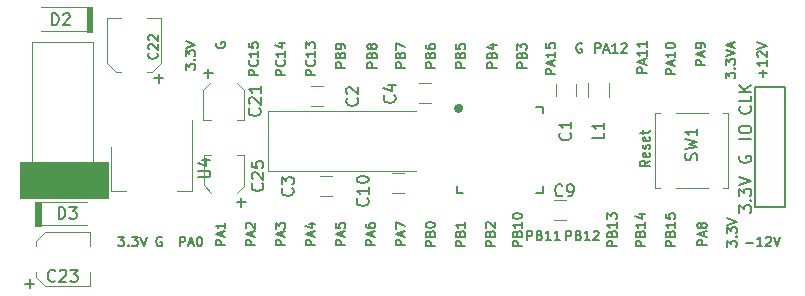
<source format=gbr>
G04 #@! TF.GenerationSoftware,KiCad,Pcbnew,(5.1.4)-1*
G04 #@! TF.CreationDate,2020-02-14T21:19:55+00:00*
G04 #@! TF.ProjectId,STM32L152_Dev_Board,53544d33-324c-4313-9532-5f4465765f42,rev?*
G04 #@! TF.SameCoordinates,Original*
G04 #@! TF.FileFunction,Legend,Top*
G04 #@! TF.FilePolarity,Positive*
%FSLAX46Y46*%
G04 Gerber Fmt 4.6, Leading zero omitted, Abs format (unit mm)*
G04 Created by KiCad (PCBNEW (5.1.4)-1) date 2020-02-14 21:19:55*
%MOMM*%
%LPD*%
G04 APERTURE LIST*
%ADD10C,0.150000*%
%ADD11C,0.100000*%
%ADD12C,0.120000*%
%ADD13C,0.400000*%
G04 APERTURE END LIST*
D10*
X204457476Y-147504142D02*
X205067000Y-147504142D01*
X205867000Y-147808904D02*
X205409857Y-147808904D01*
X205638428Y-147808904D02*
X205638428Y-147008904D01*
X205562238Y-147123190D01*
X205486047Y-147199380D01*
X205409857Y-147237476D01*
X206171761Y-147085095D02*
X206209857Y-147047000D01*
X206286047Y-147008904D01*
X206476523Y-147008904D01*
X206552714Y-147047000D01*
X206590809Y-147085095D01*
X206628904Y-147161285D01*
X206628904Y-147237476D01*
X206590809Y-147351761D01*
X206133666Y-147808904D01*
X206628904Y-147808904D01*
X206857476Y-147008904D02*
X207124142Y-147808904D01*
X207390809Y-147008904D01*
X190582523Y-130664000D02*
X190506333Y-130625904D01*
X190392047Y-130625904D01*
X190277761Y-130664000D01*
X190201571Y-130740190D01*
X190163476Y-130816380D01*
X190125380Y-130968761D01*
X190125380Y-131083047D01*
X190163476Y-131235428D01*
X190201571Y-131311619D01*
X190277761Y-131387809D01*
X190392047Y-131425904D01*
X190468238Y-131425904D01*
X190582523Y-131387809D01*
X190620619Y-131349714D01*
X190620619Y-131083047D01*
X190468238Y-131083047D01*
X196322904Y-140563476D02*
X195941952Y-140830142D01*
X196322904Y-141020619D02*
X195522904Y-141020619D01*
X195522904Y-140715857D01*
X195561000Y-140639666D01*
X195599095Y-140601571D01*
X195675285Y-140563476D01*
X195789571Y-140563476D01*
X195865761Y-140601571D01*
X195903857Y-140639666D01*
X195941952Y-140715857D01*
X195941952Y-141020619D01*
X196284809Y-139915857D02*
X196322904Y-139992047D01*
X196322904Y-140144428D01*
X196284809Y-140220619D01*
X196208619Y-140258714D01*
X195903857Y-140258714D01*
X195827666Y-140220619D01*
X195789571Y-140144428D01*
X195789571Y-139992047D01*
X195827666Y-139915857D01*
X195903857Y-139877761D01*
X195980047Y-139877761D01*
X196056238Y-140258714D01*
X196284809Y-139573000D02*
X196322904Y-139496809D01*
X196322904Y-139344428D01*
X196284809Y-139268238D01*
X196208619Y-139230142D01*
X196170523Y-139230142D01*
X196094333Y-139268238D01*
X196056238Y-139344428D01*
X196056238Y-139458714D01*
X196018142Y-139534904D01*
X195941952Y-139573000D01*
X195903857Y-139573000D01*
X195827666Y-139534904D01*
X195789571Y-139458714D01*
X195789571Y-139344428D01*
X195827666Y-139268238D01*
X196284809Y-138582523D02*
X196322904Y-138658714D01*
X196322904Y-138811095D01*
X196284809Y-138887285D01*
X196208619Y-138925380D01*
X195903857Y-138925380D01*
X195827666Y-138887285D01*
X195789571Y-138811095D01*
X195789571Y-138658714D01*
X195827666Y-138582523D01*
X195903857Y-138544428D01*
X195980047Y-138544428D01*
X196056238Y-138925380D01*
X195789571Y-138315857D02*
X195789571Y-138011095D01*
X195522904Y-138201571D02*
X196208619Y-138201571D01*
X196284809Y-138163476D01*
X196322904Y-138087285D01*
X196322904Y-138011095D01*
X198481904Y-147802428D02*
X197681904Y-147802428D01*
X197681904Y-147497666D01*
X197720000Y-147421476D01*
X197758095Y-147383380D01*
X197834285Y-147345285D01*
X197948571Y-147345285D01*
X198024761Y-147383380D01*
X198062857Y-147421476D01*
X198100952Y-147497666D01*
X198100952Y-147802428D01*
X198062857Y-146735761D02*
X198100952Y-146621476D01*
X198139047Y-146583380D01*
X198215238Y-146545285D01*
X198329523Y-146545285D01*
X198405714Y-146583380D01*
X198443809Y-146621476D01*
X198481904Y-146697666D01*
X198481904Y-147002428D01*
X197681904Y-147002428D01*
X197681904Y-146735761D01*
X197720000Y-146659571D01*
X197758095Y-146621476D01*
X197834285Y-146583380D01*
X197910476Y-146583380D01*
X197986666Y-146621476D01*
X198024761Y-146659571D01*
X198062857Y-146735761D01*
X198062857Y-147002428D01*
X198481904Y-145783380D02*
X198481904Y-146240523D01*
X198481904Y-146011952D02*
X197681904Y-146011952D01*
X197796190Y-146088142D01*
X197872380Y-146164333D01*
X197910476Y-146240523D01*
X197681904Y-145059571D02*
X197681904Y-145440523D01*
X198062857Y-145478619D01*
X198024761Y-145440523D01*
X197986666Y-145364333D01*
X197986666Y-145173857D01*
X198024761Y-145097666D01*
X198062857Y-145059571D01*
X198139047Y-145021476D01*
X198329523Y-145021476D01*
X198405714Y-145059571D01*
X198443809Y-145097666D01*
X198481904Y-145173857D01*
X198481904Y-145364333D01*
X198443809Y-145440523D01*
X198405714Y-145478619D01*
X195941904Y-147802428D02*
X195141904Y-147802428D01*
X195141904Y-147497666D01*
X195180000Y-147421476D01*
X195218095Y-147383380D01*
X195294285Y-147345285D01*
X195408571Y-147345285D01*
X195484761Y-147383380D01*
X195522857Y-147421476D01*
X195560952Y-147497666D01*
X195560952Y-147802428D01*
X195522857Y-146735761D02*
X195560952Y-146621476D01*
X195599047Y-146583380D01*
X195675238Y-146545285D01*
X195789523Y-146545285D01*
X195865714Y-146583380D01*
X195903809Y-146621476D01*
X195941904Y-146697666D01*
X195941904Y-147002428D01*
X195141904Y-147002428D01*
X195141904Y-146735761D01*
X195180000Y-146659571D01*
X195218095Y-146621476D01*
X195294285Y-146583380D01*
X195370476Y-146583380D01*
X195446666Y-146621476D01*
X195484761Y-146659571D01*
X195522857Y-146735761D01*
X195522857Y-147002428D01*
X195941904Y-145783380D02*
X195941904Y-146240523D01*
X195941904Y-146011952D02*
X195141904Y-146011952D01*
X195256190Y-146088142D01*
X195332380Y-146164333D01*
X195370476Y-146240523D01*
X195408571Y-145097666D02*
X195941904Y-145097666D01*
X195103809Y-145288142D02*
X195675238Y-145478619D01*
X195675238Y-144983380D01*
X193528904Y-147802428D02*
X192728904Y-147802428D01*
X192728904Y-147497666D01*
X192767000Y-147421476D01*
X192805095Y-147383380D01*
X192881285Y-147345285D01*
X192995571Y-147345285D01*
X193071761Y-147383380D01*
X193109857Y-147421476D01*
X193147952Y-147497666D01*
X193147952Y-147802428D01*
X193109857Y-146735761D02*
X193147952Y-146621476D01*
X193186047Y-146583380D01*
X193262238Y-146545285D01*
X193376523Y-146545285D01*
X193452714Y-146583380D01*
X193490809Y-146621476D01*
X193528904Y-146697666D01*
X193528904Y-147002428D01*
X192728904Y-147002428D01*
X192728904Y-146735761D01*
X192767000Y-146659571D01*
X192805095Y-146621476D01*
X192881285Y-146583380D01*
X192957476Y-146583380D01*
X193033666Y-146621476D01*
X193071761Y-146659571D01*
X193109857Y-146735761D01*
X193109857Y-147002428D01*
X193528904Y-145783380D02*
X193528904Y-146240523D01*
X193528904Y-146011952D02*
X192728904Y-146011952D01*
X192843190Y-146088142D01*
X192919380Y-146164333D01*
X192957476Y-146240523D01*
X192728904Y-145516714D02*
X192728904Y-145021476D01*
X193033666Y-145288142D01*
X193033666Y-145173857D01*
X193071761Y-145097666D01*
X193109857Y-145059571D01*
X193186047Y-145021476D01*
X193376523Y-145021476D01*
X193452714Y-145059571D01*
X193490809Y-145097666D01*
X193528904Y-145173857D01*
X193528904Y-145402428D01*
X193490809Y-145478619D01*
X193452714Y-145516714D01*
X189255571Y-147300904D02*
X189255571Y-146500904D01*
X189560333Y-146500904D01*
X189636523Y-146539000D01*
X189674619Y-146577095D01*
X189712714Y-146653285D01*
X189712714Y-146767571D01*
X189674619Y-146843761D01*
X189636523Y-146881857D01*
X189560333Y-146919952D01*
X189255571Y-146919952D01*
X190322238Y-146881857D02*
X190436523Y-146919952D01*
X190474619Y-146958047D01*
X190512714Y-147034238D01*
X190512714Y-147148523D01*
X190474619Y-147224714D01*
X190436523Y-147262809D01*
X190360333Y-147300904D01*
X190055571Y-147300904D01*
X190055571Y-146500904D01*
X190322238Y-146500904D01*
X190398428Y-146539000D01*
X190436523Y-146577095D01*
X190474619Y-146653285D01*
X190474619Y-146729476D01*
X190436523Y-146805666D01*
X190398428Y-146843761D01*
X190322238Y-146881857D01*
X190055571Y-146881857D01*
X191274619Y-147300904D02*
X190817476Y-147300904D01*
X191046047Y-147300904D02*
X191046047Y-146500904D01*
X190969857Y-146615190D01*
X190893666Y-146691380D01*
X190817476Y-146729476D01*
X191579380Y-146577095D02*
X191617476Y-146539000D01*
X191693666Y-146500904D01*
X191884142Y-146500904D01*
X191960333Y-146539000D01*
X191998428Y-146577095D01*
X192036523Y-146653285D01*
X192036523Y-146729476D01*
X191998428Y-146843761D01*
X191541285Y-147300904D01*
X192036523Y-147300904D01*
X185953571Y-147300904D02*
X185953571Y-146500904D01*
X186258333Y-146500904D01*
X186334523Y-146539000D01*
X186372619Y-146577095D01*
X186410714Y-146653285D01*
X186410714Y-146767571D01*
X186372619Y-146843761D01*
X186334523Y-146881857D01*
X186258333Y-146919952D01*
X185953571Y-146919952D01*
X187020238Y-146881857D02*
X187134523Y-146919952D01*
X187172619Y-146958047D01*
X187210714Y-147034238D01*
X187210714Y-147148523D01*
X187172619Y-147224714D01*
X187134523Y-147262809D01*
X187058333Y-147300904D01*
X186753571Y-147300904D01*
X186753571Y-146500904D01*
X187020238Y-146500904D01*
X187096428Y-146539000D01*
X187134523Y-146577095D01*
X187172619Y-146653285D01*
X187172619Y-146729476D01*
X187134523Y-146805666D01*
X187096428Y-146843761D01*
X187020238Y-146881857D01*
X186753571Y-146881857D01*
X187972619Y-147300904D02*
X187515476Y-147300904D01*
X187744047Y-147300904D02*
X187744047Y-146500904D01*
X187667857Y-146615190D01*
X187591666Y-146691380D01*
X187515476Y-146729476D01*
X188734523Y-147300904D02*
X188277380Y-147300904D01*
X188505952Y-147300904D02*
X188505952Y-146500904D01*
X188429761Y-146615190D01*
X188353571Y-146691380D01*
X188277380Y-146729476D01*
X185527904Y-147802428D02*
X184727904Y-147802428D01*
X184727904Y-147497666D01*
X184766000Y-147421476D01*
X184804095Y-147383380D01*
X184880285Y-147345285D01*
X184994571Y-147345285D01*
X185070761Y-147383380D01*
X185108857Y-147421476D01*
X185146952Y-147497666D01*
X185146952Y-147802428D01*
X185108857Y-146735761D02*
X185146952Y-146621476D01*
X185185047Y-146583380D01*
X185261238Y-146545285D01*
X185375523Y-146545285D01*
X185451714Y-146583380D01*
X185489809Y-146621476D01*
X185527904Y-146697666D01*
X185527904Y-147002428D01*
X184727904Y-147002428D01*
X184727904Y-146735761D01*
X184766000Y-146659571D01*
X184804095Y-146621476D01*
X184880285Y-146583380D01*
X184956476Y-146583380D01*
X185032666Y-146621476D01*
X185070761Y-146659571D01*
X185108857Y-146735761D01*
X185108857Y-147002428D01*
X185527904Y-145783380D02*
X185527904Y-146240523D01*
X185527904Y-146011952D02*
X184727904Y-146011952D01*
X184842190Y-146088142D01*
X184918380Y-146164333D01*
X184956476Y-146240523D01*
X184727904Y-145288142D02*
X184727904Y-145211952D01*
X184766000Y-145135761D01*
X184804095Y-145097666D01*
X184880285Y-145059571D01*
X185032666Y-145021476D01*
X185223142Y-145021476D01*
X185375523Y-145059571D01*
X185451714Y-145097666D01*
X185489809Y-145135761D01*
X185527904Y-145211952D01*
X185527904Y-145288142D01*
X185489809Y-145364333D01*
X185451714Y-145402428D01*
X185375523Y-145440523D01*
X185223142Y-145478619D01*
X185032666Y-145478619D01*
X184880285Y-145440523D01*
X184804095Y-145402428D01*
X184766000Y-145364333D01*
X184727904Y-145288142D01*
X183241904Y-147802476D02*
X182441904Y-147802476D01*
X182441904Y-147497714D01*
X182480000Y-147421523D01*
X182518095Y-147383428D01*
X182594285Y-147345333D01*
X182708571Y-147345333D01*
X182784761Y-147383428D01*
X182822857Y-147421523D01*
X182860952Y-147497714D01*
X182860952Y-147802476D01*
X182822857Y-146735809D02*
X182860952Y-146621523D01*
X182899047Y-146583428D01*
X182975238Y-146545333D01*
X183089523Y-146545333D01*
X183165714Y-146583428D01*
X183203809Y-146621523D01*
X183241904Y-146697714D01*
X183241904Y-147002476D01*
X182441904Y-147002476D01*
X182441904Y-146735809D01*
X182480000Y-146659619D01*
X182518095Y-146621523D01*
X182594285Y-146583428D01*
X182670476Y-146583428D01*
X182746666Y-146621523D01*
X182784761Y-146659619D01*
X182822857Y-146735809D01*
X182822857Y-147002476D01*
X182518095Y-146240571D02*
X182480000Y-146202476D01*
X182441904Y-146126285D01*
X182441904Y-145935809D01*
X182480000Y-145859619D01*
X182518095Y-145821523D01*
X182594285Y-145783428D01*
X182670476Y-145783428D01*
X182784761Y-145821523D01*
X183241904Y-146278666D01*
X183241904Y-145783428D01*
X180701904Y-147802476D02*
X179901904Y-147802476D01*
X179901904Y-147497714D01*
X179940000Y-147421523D01*
X179978095Y-147383428D01*
X180054285Y-147345333D01*
X180168571Y-147345333D01*
X180244761Y-147383428D01*
X180282857Y-147421523D01*
X180320952Y-147497714D01*
X180320952Y-147802476D01*
X180282857Y-146735809D02*
X180320952Y-146621523D01*
X180359047Y-146583428D01*
X180435238Y-146545333D01*
X180549523Y-146545333D01*
X180625714Y-146583428D01*
X180663809Y-146621523D01*
X180701904Y-146697714D01*
X180701904Y-147002476D01*
X179901904Y-147002476D01*
X179901904Y-146735809D01*
X179940000Y-146659619D01*
X179978095Y-146621523D01*
X180054285Y-146583428D01*
X180130476Y-146583428D01*
X180206666Y-146621523D01*
X180244761Y-146659619D01*
X180282857Y-146735809D01*
X180282857Y-147002476D01*
X180701904Y-145783428D02*
X180701904Y-146240571D01*
X180701904Y-146012000D02*
X179901904Y-146012000D01*
X180016190Y-146088190D01*
X180092380Y-146164380D01*
X180130476Y-146240571D01*
X178161904Y-147802476D02*
X177361904Y-147802476D01*
X177361904Y-147497714D01*
X177400000Y-147421523D01*
X177438095Y-147383428D01*
X177514285Y-147345333D01*
X177628571Y-147345333D01*
X177704761Y-147383428D01*
X177742857Y-147421523D01*
X177780952Y-147497714D01*
X177780952Y-147802476D01*
X177742857Y-146735809D02*
X177780952Y-146621523D01*
X177819047Y-146583428D01*
X177895238Y-146545333D01*
X178009523Y-146545333D01*
X178085714Y-146583428D01*
X178123809Y-146621523D01*
X178161904Y-146697714D01*
X178161904Y-147002476D01*
X177361904Y-147002476D01*
X177361904Y-146735809D01*
X177400000Y-146659619D01*
X177438095Y-146621523D01*
X177514285Y-146583428D01*
X177590476Y-146583428D01*
X177666666Y-146621523D01*
X177704761Y-146659619D01*
X177742857Y-146735809D01*
X177742857Y-147002476D01*
X177361904Y-146050095D02*
X177361904Y-145973904D01*
X177400000Y-145897714D01*
X177438095Y-145859619D01*
X177514285Y-145821523D01*
X177666666Y-145783428D01*
X177857142Y-145783428D01*
X178009523Y-145821523D01*
X178085714Y-145859619D01*
X178123809Y-145897714D01*
X178161904Y-145973904D01*
X178161904Y-146050095D01*
X178123809Y-146126285D01*
X178085714Y-146164380D01*
X178009523Y-146202476D01*
X177857142Y-146240571D01*
X177666666Y-146240571D01*
X177514285Y-146202476D01*
X177438095Y-146164380D01*
X177400000Y-146126285D01*
X177361904Y-146050095D01*
X175621904Y-147745333D02*
X174821904Y-147745333D01*
X174821904Y-147440571D01*
X174860000Y-147364380D01*
X174898095Y-147326285D01*
X174974285Y-147288190D01*
X175088571Y-147288190D01*
X175164761Y-147326285D01*
X175202857Y-147364380D01*
X175240952Y-147440571D01*
X175240952Y-147745333D01*
X175393333Y-146983428D02*
X175393333Y-146602476D01*
X175621904Y-147059619D02*
X174821904Y-146792952D01*
X175621904Y-146526285D01*
X174821904Y-146335809D02*
X174821904Y-145802476D01*
X175621904Y-146145333D01*
X173081904Y-147745333D02*
X172281904Y-147745333D01*
X172281904Y-147440571D01*
X172320000Y-147364380D01*
X172358095Y-147326285D01*
X172434285Y-147288190D01*
X172548571Y-147288190D01*
X172624761Y-147326285D01*
X172662857Y-147364380D01*
X172700952Y-147440571D01*
X172700952Y-147745333D01*
X172853333Y-146983428D02*
X172853333Y-146602476D01*
X173081904Y-147059619D02*
X172281904Y-146792952D01*
X173081904Y-146526285D01*
X172281904Y-145916761D02*
X172281904Y-146069142D01*
X172320000Y-146145333D01*
X172358095Y-146183428D01*
X172472380Y-146259619D01*
X172624761Y-146297714D01*
X172929523Y-146297714D01*
X173005714Y-146259619D01*
X173043809Y-146221523D01*
X173081904Y-146145333D01*
X173081904Y-145992952D01*
X173043809Y-145916761D01*
X173005714Y-145878666D01*
X172929523Y-145840571D01*
X172739047Y-145840571D01*
X172662857Y-145878666D01*
X172624761Y-145916761D01*
X172586666Y-145992952D01*
X172586666Y-146145333D01*
X172624761Y-146221523D01*
X172662857Y-146259619D01*
X172739047Y-146297714D01*
X170541904Y-147745333D02*
X169741904Y-147745333D01*
X169741904Y-147440571D01*
X169780000Y-147364380D01*
X169818095Y-147326285D01*
X169894285Y-147288190D01*
X170008571Y-147288190D01*
X170084761Y-147326285D01*
X170122857Y-147364380D01*
X170160952Y-147440571D01*
X170160952Y-147745333D01*
X170313333Y-146983428D02*
X170313333Y-146602476D01*
X170541904Y-147059619D02*
X169741904Y-146792952D01*
X170541904Y-146526285D01*
X169741904Y-145878666D02*
X169741904Y-146259619D01*
X170122857Y-146297714D01*
X170084761Y-146259619D01*
X170046666Y-146183428D01*
X170046666Y-145992952D01*
X170084761Y-145916761D01*
X170122857Y-145878666D01*
X170199047Y-145840571D01*
X170389523Y-145840571D01*
X170465714Y-145878666D01*
X170503809Y-145916761D01*
X170541904Y-145992952D01*
X170541904Y-146183428D01*
X170503809Y-146259619D01*
X170465714Y-146297714D01*
X168001904Y-147745333D02*
X167201904Y-147745333D01*
X167201904Y-147440571D01*
X167240000Y-147364380D01*
X167278095Y-147326285D01*
X167354285Y-147288190D01*
X167468571Y-147288190D01*
X167544761Y-147326285D01*
X167582857Y-147364380D01*
X167620952Y-147440571D01*
X167620952Y-147745333D01*
X167773333Y-146983428D02*
X167773333Y-146602476D01*
X168001904Y-147059619D02*
X167201904Y-146792952D01*
X168001904Y-146526285D01*
X167468571Y-145916761D02*
X168001904Y-145916761D01*
X167163809Y-146107238D02*
X167735238Y-146297714D01*
X167735238Y-145802476D01*
X165461904Y-147745333D02*
X164661904Y-147745333D01*
X164661904Y-147440571D01*
X164700000Y-147364380D01*
X164738095Y-147326285D01*
X164814285Y-147288190D01*
X164928571Y-147288190D01*
X165004761Y-147326285D01*
X165042857Y-147364380D01*
X165080952Y-147440571D01*
X165080952Y-147745333D01*
X165233333Y-146983428D02*
X165233333Y-146602476D01*
X165461904Y-147059619D02*
X164661904Y-146792952D01*
X165461904Y-146526285D01*
X164661904Y-146335809D02*
X164661904Y-145840571D01*
X164966666Y-146107238D01*
X164966666Y-145992952D01*
X165004761Y-145916761D01*
X165042857Y-145878666D01*
X165119047Y-145840571D01*
X165309523Y-145840571D01*
X165385714Y-145878666D01*
X165423809Y-145916761D01*
X165461904Y-145992952D01*
X165461904Y-146221523D01*
X165423809Y-146297714D01*
X165385714Y-146335809D01*
X162921904Y-147745333D02*
X162121904Y-147745333D01*
X162121904Y-147440571D01*
X162160000Y-147364380D01*
X162198095Y-147326285D01*
X162274285Y-147288190D01*
X162388571Y-147288190D01*
X162464761Y-147326285D01*
X162502857Y-147364380D01*
X162540952Y-147440571D01*
X162540952Y-147745333D01*
X162693333Y-146983428D02*
X162693333Y-146602476D01*
X162921904Y-147059619D02*
X162121904Y-146792952D01*
X162921904Y-146526285D01*
X162198095Y-146297714D02*
X162160000Y-146259619D01*
X162121904Y-146183428D01*
X162121904Y-145992952D01*
X162160000Y-145916761D01*
X162198095Y-145878666D01*
X162274285Y-145840571D01*
X162350476Y-145840571D01*
X162464761Y-145878666D01*
X162921904Y-146335809D01*
X162921904Y-145840571D01*
X160381904Y-147745333D02*
X159581904Y-147745333D01*
X159581904Y-147440571D01*
X159620000Y-147364380D01*
X159658095Y-147326285D01*
X159734285Y-147288190D01*
X159848571Y-147288190D01*
X159924761Y-147326285D01*
X159962857Y-147364380D01*
X160000952Y-147440571D01*
X160000952Y-147745333D01*
X160153333Y-146983428D02*
X160153333Y-146602476D01*
X160381904Y-147059619D02*
X159581904Y-146792952D01*
X160381904Y-146526285D01*
X160381904Y-145840571D02*
X160381904Y-146297714D01*
X160381904Y-146069142D02*
X159581904Y-146069142D01*
X159696190Y-146145333D01*
X159772380Y-146221523D01*
X159810476Y-146297714D01*
X155022523Y-147047000D02*
X154946333Y-147008904D01*
X154832047Y-147008904D01*
X154717761Y-147047000D01*
X154641571Y-147123190D01*
X154603476Y-147199380D01*
X154565380Y-147351761D01*
X154565380Y-147466047D01*
X154603476Y-147618428D01*
X154641571Y-147694619D01*
X154717761Y-147770809D01*
X154832047Y-147808904D01*
X154908238Y-147808904D01*
X155022523Y-147770809D01*
X155060619Y-147732714D01*
X155060619Y-147466047D01*
X154908238Y-147466047D01*
X151346047Y-147008904D02*
X151841285Y-147008904D01*
X151574619Y-147313666D01*
X151688904Y-147313666D01*
X151765095Y-147351761D01*
X151803190Y-147389857D01*
X151841285Y-147466047D01*
X151841285Y-147656523D01*
X151803190Y-147732714D01*
X151765095Y-147770809D01*
X151688904Y-147808904D01*
X151460333Y-147808904D01*
X151384142Y-147770809D01*
X151346047Y-147732714D01*
X152184142Y-147732714D02*
X152222238Y-147770809D01*
X152184142Y-147808904D01*
X152146047Y-147770809D01*
X152184142Y-147732714D01*
X152184142Y-147808904D01*
X152488904Y-147008904D02*
X152984142Y-147008904D01*
X152717476Y-147313666D01*
X152831761Y-147313666D01*
X152907952Y-147351761D01*
X152946047Y-147389857D01*
X152984142Y-147466047D01*
X152984142Y-147656523D01*
X152946047Y-147732714D01*
X152907952Y-147770809D01*
X152831761Y-147808904D01*
X152603190Y-147808904D01*
X152527000Y-147770809D01*
X152488904Y-147732714D01*
X153212714Y-147008904D02*
X153479380Y-147808904D01*
X153746047Y-147008904D01*
X156546666Y-147808904D02*
X156546666Y-147008904D01*
X156851428Y-147008904D01*
X156927619Y-147047000D01*
X156965714Y-147085095D01*
X157003809Y-147161285D01*
X157003809Y-147275571D01*
X156965714Y-147351761D01*
X156927619Y-147389857D01*
X156851428Y-147427952D01*
X156546666Y-147427952D01*
X157308571Y-147580333D02*
X157689523Y-147580333D01*
X157232380Y-147808904D02*
X157499047Y-147008904D01*
X157765714Y-147808904D01*
X158184761Y-147008904D02*
X158260952Y-147008904D01*
X158337142Y-147047000D01*
X158375238Y-147085095D01*
X158413333Y-147161285D01*
X158451428Y-147313666D01*
X158451428Y-147504142D01*
X158413333Y-147656523D01*
X158375238Y-147732714D01*
X158337142Y-147770809D01*
X158260952Y-147808904D01*
X158184761Y-147808904D01*
X158108571Y-147770809D01*
X158070476Y-147732714D01*
X158032380Y-147656523D01*
X157994285Y-147504142D01*
X157994285Y-147313666D01*
X158032380Y-147161285D01*
X158070476Y-147085095D01*
X158108571Y-147047000D01*
X158184761Y-147008904D01*
X201148904Y-147745333D02*
X200348904Y-147745333D01*
X200348904Y-147440571D01*
X200387000Y-147364380D01*
X200425095Y-147326285D01*
X200501285Y-147288190D01*
X200615571Y-147288190D01*
X200691761Y-147326285D01*
X200729857Y-147364380D01*
X200767952Y-147440571D01*
X200767952Y-147745333D01*
X200920333Y-146983428D02*
X200920333Y-146602476D01*
X201148904Y-147059619D02*
X200348904Y-146792952D01*
X201148904Y-146526285D01*
X200691761Y-146145333D02*
X200653666Y-146221523D01*
X200615571Y-146259619D01*
X200539380Y-146297714D01*
X200501285Y-146297714D01*
X200425095Y-146259619D01*
X200387000Y-146221523D01*
X200348904Y-146145333D01*
X200348904Y-145992952D01*
X200387000Y-145916761D01*
X200425095Y-145878666D01*
X200501285Y-145840571D01*
X200539380Y-145840571D01*
X200615571Y-145878666D01*
X200653666Y-145916761D01*
X200691761Y-145992952D01*
X200691761Y-146145333D01*
X200729857Y-146221523D01*
X200767952Y-146259619D01*
X200844142Y-146297714D01*
X200996523Y-146297714D01*
X201072714Y-146259619D01*
X201110809Y-146221523D01*
X201148904Y-146145333D01*
X201148904Y-145992952D01*
X201110809Y-145916761D01*
X201072714Y-145878666D01*
X200996523Y-145840571D01*
X200844142Y-145840571D01*
X200767952Y-145878666D01*
X200729857Y-145916761D01*
X200691761Y-145992952D01*
X202888904Y-147865952D02*
X202888904Y-147370714D01*
X203193666Y-147637380D01*
X203193666Y-147523095D01*
X203231761Y-147446904D01*
X203269857Y-147408809D01*
X203346047Y-147370714D01*
X203536523Y-147370714D01*
X203612714Y-147408809D01*
X203650809Y-147446904D01*
X203688904Y-147523095D01*
X203688904Y-147751666D01*
X203650809Y-147827857D01*
X203612714Y-147865952D01*
X203612714Y-147027857D02*
X203650809Y-146989761D01*
X203688904Y-147027857D01*
X203650809Y-147065952D01*
X203612714Y-147027857D01*
X203688904Y-147027857D01*
X202888904Y-146723095D02*
X202888904Y-146227857D01*
X203193666Y-146494523D01*
X203193666Y-146380238D01*
X203231761Y-146304047D01*
X203269857Y-146265952D01*
X203346047Y-146227857D01*
X203536523Y-146227857D01*
X203612714Y-146265952D01*
X203650809Y-146304047D01*
X203688904Y-146380238D01*
X203688904Y-146608809D01*
X203650809Y-146685000D01*
X203612714Y-146723095D01*
X202888904Y-145999285D02*
X203688904Y-145732619D01*
X202888904Y-145465952D01*
X205924142Y-133489523D02*
X205924142Y-132880000D01*
X206228904Y-133184761D02*
X205619380Y-133184761D01*
X206228904Y-132080000D02*
X206228904Y-132537142D01*
X206228904Y-132308571D02*
X205428904Y-132308571D01*
X205543190Y-132384761D01*
X205619380Y-132460952D01*
X205657476Y-132537142D01*
X205505095Y-131775238D02*
X205467000Y-131737142D01*
X205428904Y-131660952D01*
X205428904Y-131470476D01*
X205467000Y-131394285D01*
X205505095Y-131356190D01*
X205581285Y-131318095D01*
X205657476Y-131318095D01*
X205771761Y-131356190D01*
X206228904Y-131813333D01*
X206228904Y-131318095D01*
X205428904Y-131089523D02*
X206228904Y-130822857D01*
X205428904Y-130556190D01*
X202761904Y-133603809D02*
X202761904Y-133108571D01*
X203066666Y-133375238D01*
X203066666Y-133260952D01*
X203104761Y-133184761D01*
X203142857Y-133146666D01*
X203219047Y-133108571D01*
X203409523Y-133108571D01*
X203485714Y-133146666D01*
X203523809Y-133184761D01*
X203561904Y-133260952D01*
X203561904Y-133489523D01*
X203523809Y-133565714D01*
X203485714Y-133603809D01*
X203485714Y-132765714D02*
X203523809Y-132727619D01*
X203561904Y-132765714D01*
X203523809Y-132803809D01*
X203485714Y-132765714D01*
X203561904Y-132765714D01*
X202761904Y-132460952D02*
X202761904Y-131965714D01*
X203066666Y-132232380D01*
X203066666Y-132118095D01*
X203104761Y-132041904D01*
X203142857Y-132003809D01*
X203219047Y-131965714D01*
X203409523Y-131965714D01*
X203485714Y-132003809D01*
X203523809Y-132041904D01*
X203561904Y-132118095D01*
X203561904Y-132346666D01*
X203523809Y-132422857D01*
X203485714Y-132460952D01*
X202761904Y-131737142D02*
X203561904Y-131470476D01*
X202761904Y-131203809D01*
X203333333Y-130975238D02*
X203333333Y-130594285D01*
X203561904Y-131051428D02*
X202761904Y-130784761D01*
X203561904Y-130518095D01*
X201021904Y-132505333D02*
X200221904Y-132505333D01*
X200221904Y-132200571D01*
X200260000Y-132124380D01*
X200298095Y-132086285D01*
X200374285Y-132048190D01*
X200488571Y-132048190D01*
X200564761Y-132086285D01*
X200602857Y-132124380D01*
X200640952Y-132200571D01*
X200640952Y-132505333D01*
X200793333Y-131743428D02*
X200793333Y-131362476D01*
X201021904Y-131819619D02*
X200221904Y-131552952D01*
X201021904Y-131286285D01*
X201021904Y-130981523D02*
X201021904Y-130829142D01*
X200983809Y-130752952D01*
X200945714Y-130714857D01*
X200831428Y-130638666D01*
X200679047Y-130600571D01*
X200374285Y-130600571D01*
X200298095Y-130638666D01*
X200260000Y-130676761D01*
X200221904Y-130752952D01*
X200221904Y-130905333D01*
X200260000Y-130981523D01*
X200298095Y-131019619D01*
X200374285Y-131057714D01*
X200564761Y-131057714D01*
X200640952Y-131019619D01*
X200679047Y-130981523D01*
X200717142Y-130905333D01*
X200717142Y-130752952D01*
X200679047Y-130676761D01*
X200640952Y-130638666D01*
X200564761Y-130600571D01*
X198481904Y-133267285D02*
X197681904Y-133267285D01*
X197681904Y-132962523D01*
X197720000Y-132886333D01*
X197758095Y-132848238D01*
X197834285Y-132810142D01*
X197948571Y-132810142D01*
X198024761Y-132848238D01*
X198062857Y-132886333D01*
X198100952Y-132962523D01*
X198100952Y-133267285D01*
X198253333Y-132505380D02*
X198253333Y-132124428D01*
X198481904Y-132581571D02*
X197681904Y-132314904D01*
X198481904Y-132048238D01*
X198481904Y-131362523D02*
X198481904Y-131819666D01*
X198481904Y-131591095D02*
X197681904Y-131591095D01*
X197796190Y-131667285D01*
X197872380Y-131743476D01*
X197910476Y-131819666D01*
X197681904Y-130867285D02*
X197681904Y-130791095D01*
X197720000Y-130714904D01*
X197758095Y-130676809D01*
X197834285Y-130638714D01*
X197986666Y-130600619D01*
X198177142Y-130600619D01*
X198329523Y-130638714D01*
X198405714Y-130676809D01*
X198443809Y-130714904D01*
X198481904Y-130791095D01*
X198481904Y-130867285D01*
X198443809Y-130943476D01*
X198405714Y-130981571D01*
X198329523Y-131019666D01*
X198177142Y-131057761D01*
X197986666Y-131057761D01*
X197834285Y-131019666D01*
X197758095Y-130981571D01*
X197720000Y-130943476D01*
X197681904Y-130867285D01*
X196068904Y-133140285D02*
X195268904Y-133140285D01*
X195268904Y-132835523D01*
X195307000Y-132759333D01*
X195345095Y-132721238D01*
X195421285Y-132683142D01*
X195535571Y-132683142D01*
X195611761Y-132721238D01*
X195649857Y-132759333D01*
X195687952Y-132835523D01*
X195687952Y-133140285D01*
X195840333Y-132378380D02*
X195840333Y-131997428D01*
X196068904Y-132454571D02*
X195268904Y-132187904D01*
X196068904Y-131921238D01*
X196068904Y-131235523D02*
X196068904Y-131692666D01*
X196068904Y-131464095D02*
X195268904Y-131464095D01*
X195383190Y-131540285D01*
X195459380Y-131616476D01*
X195497476Y-131692666D01*
X196068904Y-130473619D02*
X196068904Y-130930761D01*
X196068904Y-130702190D02*
X195268904Y-130702190D01*
X195383190Y-130778380D01*
X195459380Y-130854571D01*
X195497476Y-130930761D01*
X191725714Y-131425904D02*
X191725714Y-130625904D01*
X192030476Y-130625904D01*
X192106666Y-130664000D01*
X192144761Y-130702095D01*
X192182857Y-130778285D01*
X192182857Y-130892571D01*
X192144761Y-130968761D01*
X192106666Y-131006857D01*
X192030476Y-131044952D01*
X191725714Y-131044952D01*
X192487619Y-131197333D02*
X192868571Y-131197333D01*
X192411428Y-131425904D02*
X192678095Y-130625904D01*
X192944761Y-131425904D01*
X193630476Y-131425904D02*
X193173333Y-131425904D01*
X193401904Y-131425904D02*
X193401904Y-130625904D01*
X193325714Y-130740190D01*
X193249523Y-130816380D01*
X193173333Y-130854476D01*
X193935238Y-130702095D02*
X193973333Y-130664000D01*
X194049523Y-130625904D01*
X194240000Y-130625904D01*
X194316190Y-130664000D01*
X194354285Y-130702095D01*
X194392380Y-130778285D01*
X194392380Y-130854476D01*
X194354285Y-130968761D01*
X193897142Y-131425904D01*
X194392380Y-131425904D01*
X188321904Y-133267285D02*
X187521904Y-133267285D01*
X187521904Y-132962523D01*
X187560000Y-132886333D01*
X187598095Y-132848238D01*
X187674285Y-132810142D01*
X187788571Y-132810142D01*
X187864761Y-132848238D01*
X187902857Y-132886333D01*
X187940952Y-132962523D01*
X187940952Y-133267285D01*
X188093333Y-132505380D02*
X188093333Y-132124428D01*
X188321904Y-132581571D02*
X187521904Y-132314904D01*
X188321904Y-132048238D01*
X188321904Y-131362523D02*
X188321904Y-131819666D01*
X188321904Y-131591095D02*
X187521904Y-131591095D01*
X187636190Y-131667285D01*
X187712380Y-131743476D01*
X187750476Y-131819666D01*
X187521904Y-130638714D02*
X187521904Y-131019666D01*
X187902857Y-131057761D01*
X187864761Y-131019666D01*
X187826666Y-130943476D01*
X187826666Y-130753000D01*
X187864761Y-130676809D01*
X187902857Y-130638714D01*
X187979047Y-130600619D01*
X188169523Y-130600619D01*
X188245714Y-130638714D01*
X188283809Y-130676809D01*
X188321904Y-130753000D01*
X188321904Y-130943476D01*
X188283809Y-131019666D01*
X188245714Y-131057761D01*
X185908904Y-132689476D02*
X185108904Y-132689476D01*
X185108904Y-132384714D01*
X185147000Y-132308523D01*
X185185095Y-132270428D01*
X185261285Y-132232333D01*
X185375571Y-132232333D01*
X185451761Y-132270428D01*
X185489857Y-132308523D01*
X185527952Y-132384714D01*
X185527952Y-132689476D01*
X185489857Y-131622809D02*
X185527952Y-131508523D01*
X185566047Y-131470428D01*
X185642238Y-131432333D01*
X185756523Y-131432333D01*
X185832714Y-131470428D01*
X185870809Y-131508523D01*
X185908904Y-131584714D01*
X185908904Y-131889476D01*
X185108904Y-131889476D01*
X185108904Y-131622809D01*
X185147000Y-131546619D01*
X185185095Y-131508523D01*
X185261285Y-131470428D01*
X185337476Y-131470428D01*
X185413666Y-131508523D01*
X185451761Y-131546619D01*
X185489857Y-131622809D01*
X185489857Y-131889476D01*
X185108904Y-131165666D02*
X185108904Y-130670428D01*
X185413666Y-130937095D01*
X185413666Y-130822809D01*
X185451761Y-130746619D01*
X185489857Y-130708523D01*
X185566047Y-130670428D01*
X185756523Y-130670428D01*
X185832714Y-130708523D01*
X185870809Y-130746619D01*
X185908904Y-130822809D01*
X185908904Y-131051380D01*
X185870809Y-131127571D01*
X185832714Y-131165666D01*
X183368904Y-132689476D02*
X182568904Y-132689476D01*
X182568904Y-132384714D01*
X182607000Y-132308523D01*
X182645095Y-132270428D01*
X182721285Y-132232333D01*
X182835571Y-132232333D01*
X182911761Y-132270428D01*
X182949857Y-132308523D01*
X182987952Y-132384714D01*
X182987952Y-132689476D01*
X182949857Y-131622809D02*
X182987952Y-131508523D01*
X183026047Y-131470428D01*
X183102238Y-131432333D01*
X183216523Y-131432333D01*
X183292714Y-131470428D01*
X183330809Y-131508523D01*
X183368904Y-131584714D01*
X183368904Y-131889476D01*
X182568904Y-131889476D01*
X182568904Y-131622809D01*
X182607000Y-131546619D01*
X182645095Y-131508523D01*
X182721285Y-131470428D01*
X182797476Y-131470428D01*
X182873666Y-131508523D01*
X182911761Y-131546619D01*
X182949857Y-131622809D01*
X182949857Y-131889476D01*
X182835571Y-130746619D02*
X183368904Y-130746619D01*
X182530809Y-130937095D02*
X183102238Y-131127571D01*
X183102238Y-130632333D01*
X180701904Y-132689476D02*
X179901904Y-132689476D01*
X179901904Y-132384714D01*
X179940000Y-132308523D01*
X179978095Y-132270428D01*
X180054285Y-132232333D01*
X180168571Y-132232333D01*
X180244761Y-132270428D01*
X180282857Y-132308523D01*
X180320952Y-132384714D01*
X180320952Y-132689476D01*
X180282857Y-131622809D02*
X180320952Y-131508523D01*
X180359047Y-131470428D01*
X180435238Y-131432333D01*
X180549523Y-131432333D01*
X180625714Y-131470428D01*
X180663809Y-131508523D01*
X180701904Y-131584714D01*
X180701904Y-131889476D01*
X179901904Y-131889476D01*
X179901904Y-131622809D01*
X179940000Y-131546619D01*
X179978095Y-131508523D01*
X180054285Y-131470428D01*
X180130476Y-131470428D01*
X180206666Y-131508523D01*
X180244761Y-131546619D01*
X180282857Y-131622809D01*
X180282857Y-131889476D01*
X179901904Y-130708523D02*
X179901904Y-131089476D01*
X180282857Y-131127571D01*
X180244761Y-131089476D01*
X180206666Y-131013285D01*
X180206666Y-130822809D01*
X180244761Y-130746619D01*
X180282857Y-130708523D01*
X180359047Y-130670428D01*
X180549523Y-130670428D01*
X180625714Y-130708523D01*
X180663809Y-130746619D01*
X180701904Y-130822809D01*
X180701904Y-131013285D01*
X180663809Y-131089476D01*
X180625714Y-131127571D01*
X178161904Y-132689476D02*
X177361904Y-132689476D01*
X177361904Y-132384714D01*
X177400000Y-132308523D01*
X177438095Y-132270428D01*
X177514285Y-132232333D01*
X177628571Y-132232333D01*
X177704761Y-132270428D01*
X177742857Y-132308523D01*
X177780952Y-132384714D01*
X177780952Y-132689476D01*
X177742857Y-131622809D02*
X177780952Y-131508523D01*
X177819047Y-131470428D01*
X177895238Y-131432333D01*
X178009523Y-131432333D01*
X178085714Y-131470428D01*
X178123809Y-131508523D01*
X178161904Y-131584714D01*
X178161904Y-131889476D01*
X177361904Y-131889476D01*
X177361904Y-131622809D01*
X177400000Y-131546619D01*
X177438095Y-131508523D01*
X177514285Y-131470428D01*
X177590476Y-131470428D01*
X177666666Y-131508523D01*
X177704761Y-131546619D01*
X177742857Y-131622809D01*
X177742857Y-131889476D01*
X177361904Y-130746619D02*
X177361904Y-130899000D01*
X177400000Y-130975190D01*
X177438095Y-131013285D01*
X177552380Y-131089476D01*
X177704761Y-131127571D01*
X178009523Y-131127571D01*
X178085714Y-131089476D01*
X178123809Y-131051380D01*
X178161904Y-130975190D01*
X178161904Y-130822809D01*
X178123809Y-130746619D01*
X178085714Y-130708523D01*
X178009523Y-130670428D01*
X177819047Y-130670428D01*
X177742857Y-130708523D01*
X177704761Y-130746619D01*
X177666666Y-130822809D01*
X177666666Y-130975190D01*
X177704761Y-131051380D01*
X177742857Y-131089476D01*
X177819047Y-131127571D01*
X175621904Y-132689476D02*
X174821904Y-132689476D01*
X174821904Y-132384714D01*
X174860000Y-132308523D01*
X174898095Y-132270428D01*
X174974285Y-132232333D01*
X175088571Y-132232333D01*
X175164761Y-132270428D01*
X175202857Y-132308523D01*
X175240952Y-132384714D01*
X175240952Y-132689476D01*
X175202857Y-131622809D02*
X175240952Y-131508523D01*
X175279047Y-131470428D01*
X175355238Y-131432333D01*
X175469523Y-131432333D01*
X175545714Y-131470428D01*
X175583809Y-131508523D01*
X175621904Y-131584714D01*
X175621904Y-131889476D01*
X174821904Y-131889476D01*
X174821904Y-131622809D01*
X174860000Y-131546619D01*
X174898095Y-131508523D01*
X174974285Y-131470428D01*
X175050476Y-131470428D01*
X175126666Y-131508523D01*
X175164761Y-131546619D01*
X175202857Y-131622809D01*
X175202857Y-131889476D01*
X174821904Y-131165666D02*
X174821904Y-130632333D01*
X175621904Y-130975190D01*
X173208904Y-132689476D02*
X172408904Y-132689476D01*
X172408904Y-132384714D01*
X172447000Y-132308523D01*
X172485095Y-132270428D01*
X172561285Y-132232333D01*
X172675571Y-132232333D01*
X172751761Y-132270428D01*
X172789857Y-132308523D01*
X172827952Y-132384714D01*
X172827952Y-132689476D01*
X172789857Y-131622809D02*
X172827952Y-131508523D01*
X172866047Y-131470428D01*
X172942238Y-131432333D01*
X173056523Y-131432333D01*
X173132714Y-131470428D01*
X173170809Y-131508523D01*
X173208904Y-131584714D01*
X173208904Y-131889476D01*
X172408904Y-131889476D01*
X172408904Y-131622809D01*
X172447000Y-131546619D01*
X172485095Y-131508523D01*
X172561285Y-131470428D01*
X172637476Y-131470428D01*
X172713666Y-131508523D01*
X172751761Y-131546619D01*
X172789857Y-131622809D01*
X172789857Y-131889476D01*
X172751761Y-130975190D02*
X172713666Y-131051380D01*
X172675571Y-131089476D01*
X172599380Y-131127571D01*
X172561285Y-131127571D01*
X172485095Y-131089476D01*
X172447000Y-131051380D01*
X172408904Y-130975190D01*
X172408904Y-130822809D01*
X172447000Y-130746619D01*
X172485095Y-130708523D01*
X172561285Y-130670428D01*
X172599380Y-130670428D01*
X172675571Y-130708523D01*
X172713666Y-130746619D01*
X172751761Y-130822809D01*
X172751761Y-130975190D01*
X172789857Y-131051380D01*
X172827952Y-131089476D01*
X172904142Y-131127571D01*
X173056523Y-131127571D01*
X173132714Y-131089476D01*
X173170809Y-131051380D01*
X173208904Y-130975190D01*
X173208904Y-130822809D01*
X173170809Y-130746619D01*
X173132714Y-130708523D01*
X173056523Y-130670428D01*
X172904142Y-130670428D01*
X172827952Y-130708523D01*
X172789857Y-130746619D01*
X172751761Y-130822809D01*
X170541904Y-132689476D02*
X169741904Y-132689476D01*
X169741904Y-132384714D01*
X169780000Y-132308523D01*
X169818095Y-132270428D01*
X169894285Y-132232333D01*
X170008571Y-132232333D01*
X170084761Y-132270428D01*
X170122857Y-132308523D01*
X170160952Y-132384714D01*
X170160952Y-132689476D01*
X170122857Y-131622809D02*
X170160952Y-131508523D01*
X170199047Y-131470428D01*
X170275238Y-131432333D01*
X170389523Y-131432333D01*
X170465714Y-131470428D01*
X170503809Y-131508523D01*
X170541904Y-131584714D01*
X170541904Y-131889476D01*
X169741904Y-131889476D01*
X169741904Y-131622809D01*
X169780000Y-131546619D01*
X169818095Y-131508523D01*
X169894285Y-131470428D01*
X169970476Y-131470428D01*
X170046666Y-131508523D01*
X170084761Y-131546619D01*
X170122857Y-131622809D01*
X170122857Y-131889476D01*
X170541904Y-131051380D02*
X170541904Y-130899000D01*
X170503809Y-130822809D01*
X170465714Y-130784714D01*
X170351428Y-130708523D01*
X170199047Y-130670428D01*
X169894285Y-130670428D01*
X169818095Y-130708523D01*
X169780000Y-130746619D01*
X169741904Y-130822809D01*
X169741904Y-130975190D01*
X169780000Y-131051380D01*
X169818095Y-131089476D01*
X169894285Y-131127571D01*
X170084761Y-131127571D01*
X170160952Y-131089476D01*
X170199047Y-131051380D01*
X170237142Y-130975190D01*
X170237142Y-130822809D01*
X170199047Y-130746619D01*
X170160952Y-130708523D01*
X170084761Y-130670428D01*
X168001904Y-133324428D02*
X167201904Y-133324428D01*
X167201904Y-133019666D01*
X167240000Y-132943476D01*
X167278095Y-132905380D01*
X167354285Y-132867285D01*
X167468571Y-132867285D01*
X167544761Y-132905380D01*
X167582857Y-132943476D01*
X167620952Y-133019666D01*
X167620952Y-133324428D01*
X167925714Y-132067285D02*
X167963809Y-132105380D01*
X168001904Y-132219666D01*
X168001904Y-132295857D01*
X167963809Y-132410142D01*
X167887619Y-132486333D01*
X167811428Y-132524428D01*
X167659047Y-132562523D01*
X167544761Y-132562523D01*
X167392380Y-132524428D01*
X167316190Y-132486333D01*
X167240000Y-132410142D01*
X167201904Y-132295857D01*
X167201904Y-132219666D01*
X167240000Y-132105380D01*
X167278095Y-132067285D01*
X168001904Y-131305380D02*
X168001904Y-131762523D01*
X168001904Y-131533952D02*
X167201904Y-131533952D01*
X167316190Y-131610142D01*
X167392380Y-131686333D01*
X167430476Y-131762523D01*
X167201904Y-131038714D02*
X167201904Y-130543476D01*
X167506666Y-130810142D01*
X167506666Y-130695857D01*
X167544761Y-130619666D01*
X167582857Y-130581571D01*
X167659047Y-130543476D01*
X167849523Y-130543476D01*
X167925714Y-130581571D01*
X167963809Y-130619666D01*
X168001904Y-130695857D01*
X168001904Y-130924428D01*
X167963809Y-131000619D01*
X167925714Y-131038714D01*
X165461904Y-133324428D02*
X164661904Y-133324428D01*
X164661904Y-133019666D01*
X164700000Y-132943476D01*
X164738095Y-132905380D01*
X164814285Y-132867285D01*
X164928571Y-132867285D01*
X165004761Y-132905380D01*
X165042857Y-132943476D01*
X165080952Y-133019666D01*
X165080952Y-133324428D01*
X165385714Y-132067285D02*
X165423809Y-132105380D01*
X165461904Y-132219666D01*
X165461904Y-132295857D01*
X165423809Y-132410142D01*
X165347619Y-132486333D01*
X165271428Y-132524428D01*
X165119047Y-132562523D01*
X165004761Y-132562523D01*
X164852380Y-132524428D01*
X164776190Y-132486333D01*
X164700000Y-132410142D01*
X164661904Y-132295857D01*
X164661904Y-132219666D01*
X164700000Y-132105380D01*
X164738095Y-132067285D01*
X165461904Y-131305380D02*
X165461904Y-131762523D01*
X165461904Y-131533952D02*
X164661904Y-131533952D01*
X164776190Y-131610142D01*
X164852380Y-131686333D01*
X164890476Y-131762523D01*
X164928571Y-130619666D02*
X165461904Y-130619666D01*
X164623809Y-130810142D02*
X165195238Y-131000619D01*
X165195238Y-130505380D01*
X163175904Y-133324428D02*
X162375904Y-133324428D01*
X162375904Y-133019666D01*
X162414000Y-132943476D01*
X162452095Y-132905380D01*
X162528285Y-132867285D01*
X162642571Y-132867285D01*
X162718761Y-132905380D01*
X162756857Y-132943476D01*
X162794952Y-133019666D01*
X162794952Y-133324428D01*
X163099714Y-132067285D02*
X163137809Y-132105380D01*
X163175904Y-132219666D01*
X163175904Y-132295857D01*
X163137809Y-132410142D01*
X163061619Y-132486333D01*
X162985428Y-132524428D01*
X162833047Y-132562523D01*
X162718761Y-132562523D01*
X162566380Y-132524428D01*
X162490190Y-132486333D01*
X162414000Y-132410142D01*
X162375904Y-132295857D01*
X162375904Y-132219666D01*
X162414000Y-132105380D01*
X162452095Y-132067285D01*
X163175904Y-131305380D02*
X163175904Y-131762523D01*
X163175904Y-131533952D02*
X162375904Y-131533952D01*
X162490190Y-131610142D01*
X162566380Y-131686333D01*
X162604476Y-131762523D01*
X162375904Y-130581571D02*
X162375904Y-130962523D01*
X162756857Y-131000619D01*
X162718761Y-130962523D01*
X162680666Y-130886333D01*
X162680666Y-130695857D01*
X162718761Y-130619666D01*
X162756857Y-130581571D01*
X162833047Y-130543476D01*
X163023523Y-130543476D01*
X163099714Y-130581571D01*
X163137809Y-130619666D01*
X163175904Y-130695857D01*
X163175904Y-130886333D01*
X163137809Y-130962523D01*
X163099714Y-131000619D01*
X159620000Y-130600476D02*
X159581904Y-130676666D01*
X159581904Y-130790952D01*
X159620000Y-130905238D01*
X159696190Y-130981428D01*
X159772380Y-131019523D01*
X159924761Y-131057619D01*
X160039047Y-131057619D01*
X160191428Y-131019523D01*
X160267619Y-130981428D01*
X160343809Y-130905238D01*
X160381904Y-130790952D01*
X160381904Y-130714761D01*
X160343809Y-130600476D01*
X160305714Y-130562380D01*
X160039047Y-130562380D01*
X160039047Y-130714761D01*
X157041904Y-132879952D02*
X157041904Y-132384714D01*
X157346666Y-132651380D01*
X157346666Y-132537095D01*
X157384761Y-132460904D01*
X157422857Y-132422809D01*
X157499047Y-132384714D01*
X157689523Y-132384714D01*
X157765714Y-132422809D01*
X157803809Y-132460904D01*
X157841904Y-132537095D01*
X157841904Y-132765666D01*
X157803809Y-132841857D01*
X157765714Y-132879952D01*
X157765714Y-132041857D02*
X157803809Y-132003761D01*
X157841904Y-132041857D01*
X157803809Y-132079952D01*
X157765714Y-132041857D01*
X157841904Y-132041857D01*
X157041904Y-131737095D02*
X157041904Y-131241857D01*
X157346666Y-131508523D01*
X157346666Y-131394238D01*
X157384761Y-131318047D01*
X157422857Y-131279952D01*
X157499047Y-131241857D01*
X157689523Y-131241857D01*
X157765714Y-131279952D01*
X157803809Y-131318047D01*
X157841904Y-131394238D01*
X157841904Y-131622809D01*
X157803809Y-131699000D01*
X157765714Y-131737095D01*
X157041904Y-131013285D02*
X157841904Y-130746619D01*
X157041904Y-130479952D01*
D11*
G36*
X150495000Y-143764000D02*
G01*
X143002000Y-143764000D01*
X143002000Y-140716000D01*
X150495000Y-140716000D01*
X150495000Y-143764000D01*
G37*
X150495000Y-143764000D02*
X143002000Y-143764000D01*
X143002000Y-140716000D01*
X150495000Y-140716000D01*
X150495000Y-143764000D01*
G36*
X149098000Y-129667000D02*
G01*
X148706400Y-129667000D01*
X148706400Y-127600200D01*
X149098000Y-127600200D01*
X149098000Y-129667000D01*
G37*
X149098000Y-129667000D02*
X148706400Y-129667000D01*
X148706400Y-127600200D01*
X149098000Y-127600200D01*
X149098000Y-129667000D01*
G36*
X144780000Y-146075400D02*
G01*
X144272000Y-146075400D01*
X144272000Y-144043400D01*
X144780000Y-144043400D01*
X144780000Y-146075400D01*
G37*
X144780000Y-146075400D02*
X144272000Y-146075400D01*
X144272000Y-144043400D01*
X144780000Y-144043400D01*
X144780000Y-146075400D01*
D12*
X150768000Y-143134000D02*
X152028000Y-143134000D01*
X157588000Y-143134000D02*
X156328000Y-143134000D01*
X150768000Y-139374000D02*
X150768000Y-143134000D01*
X157588000Y-137124000D02*
X157588000Y-143134000D01*
X176792000Y-135724000D02*
X177792000Y-135724000D01*
X177792000Y-134024000D02*
X176792000Y-134024000D01*
D13*
X180346391Y-136151750D02*
G75*
G03X180346391Y-136151750I-184391J0D01*
G01*
D10*
X187267000Y-136026750D02*
X187267000Y-136551750D01*
X180017000Y-143276750D02*
X180017000Y-142751750D01*
X187267000Y-143276750D02*
X187267000Y-142751750D01*
X180017000Y-143276750D02*
X180542000Y-143276750D01*
X187267000Y-143276750D02*
X186742000Y-143276750D01*
X187267000Y-136026750D02*
X186742000Y-136026750D01*
D12*
X176588000Y-136388000D02*
X163988000Y-136388000D01*
X163988000Y-136388000D02*
X163988000Y-141488000D01*
X163988000Y-141488000D02*
X176588000Y-141488000D01*
X162004000Y-142689000D02*
X161394000Y-143299000D01*
X162004000Y-140129000D02*
X161394000Y-140129000D01*
X158564000Y-142669000D02*
X159154000Y-143269000D01*
X158564000Y-140129000D02*
X159154000Y-140129000D01*
X162004000Y-142689000D02*
X162004000Y-140149000D01*
X158564000Y-140129000D02*
X158564000Y-142669000D01*
X158544000Y-134552000D02*
X159154000Y-133942000D01*
X158544000Y-137112000D02*
X159154000Y-137112000D01*
X161984000Y-134572000D02*
X161394000Y-133972000D01*
X161984000Y-137112000D02*
X161394000Y-137112000D01*
X158544000Y-134552000D02*
X158544000Y-137092000D01*
X161984000Y-137112000D02*
X161984000Y-134572000D01*
X197248000Y-136550000D02*
X196798000Y-136550000D01*
X196798000Y-136550000D02*
X196798000Y-142850000D01*
X196798000Y-142850000D02*
X197198000Y-142850000D01*
X198548000Y-136550000D02*
X201248000Y-136550000D01*
X201248000Y-142850000D02*
X198548000Y-142850000D01*
X202998000Y-136550000D02*
X202998000Y-142850000D01*
X202998000Y-142850000D02*
X202548000Y-142850000D01*
X202548000Y-136550000D02*
X202998000Y-136550000D01*
X149208800Y-130496000D02*
X144008800Y-130496000D01*
X149208800Y-140716000D02*
X149208800Y-130496000D01*
X144008800Y-143316000D02*
X144008800Y-130496000D01*
X149208800Y-140716000D02*
X146608800Y-140716000D01*
X146608800Y-140716000D02*
X146608800Y-143316000D01*
X146608800Y-143316000D02*
X144008800Y-143316000D01*
X149208800Y-141986000D02*
X149208800Y-143316000D01*
X149208800Y-143316000D02*
X147878800Y-143316000D01*
X188380000Y-134120000D02*
X188380000Y-135120000D01*
X190080000Y-135120000D02*
X190080000Y-134120000D01*
X168648000Y-134278000D02*
X167648000Y-134278000D01*
X167648000Y-135978000D02*
X168648000Y-135978000D01*
X169410000Y-141898000D02*
X168410000Y-141898000D01*
X168410000Y-143598000D02*
X169410000Y-143598000D01*
X188222000Y-145630000D02*
X189222000Y-145630000D01*
X189222000Y-143930000D02*
X188222000Y-143930000D01*
X174506000Y-143344000D02*
X175506000Y-143344000D01*
X175506000Y-141644000D02*
X174506000Y-141644000D01*
X150389400Y-132330000D02*
X151159400Y-133100000D01*
X150389400Y-132330000D02*
X150389400Y-128520000D01*
X154969400Y-132330000D02*
X154199400Y-133100000D01*
X154969400Y-132330000D02*
X154969400Y-128520000D01*
X151159400Y-133100000D02*
X151559400Y-133100000D01*
X150389400Y-128520000D02*
X151559400Y-128520000D01*
X154969400Y-128520000D02*
X153799400Y-128520000D01*
X154199400Y-133100000D02*
X153799400Y-133100000D01*
X144344200Y-150414800D02*
X144344200Y-150014800D01*
X148924200Y-151184800D02*
X148924200Y-150014800D01*
X148924200Y-146604800D02*
X148924200Y-147774800D01*
X144344200Y-147374800D02*
X144344200Y-147774800D01*
X145114200Y-151184800D02*
X148924200Y-151184800D01*
X145114200Y-151184800D02*
X144344200Y-150414800D01*
X145114200Y-146604800D02*
X148924200Y-146604800D01*
X145114200Y-146604800D02*
X144344200Y-147374800D01*
X148706400Y-129600200D02*
X148706400Y-127600200D01*
X148706400Y-127600200D02*
X144806400Y-127600200D01*
X148706400Y-129600200D02*
X144806400Y-129600200D01*
X144790600Y-144059400D02*
X148690600Y-144059400D01*
X144790600Y-146059400D02*
X148690600Y-146059400D01*
X144790600Y-144059400D02*
X144790600Y-146059400D01*
D10*
X205232000Y-144526000D02*
X207772000Y-144526000D01*
X207772000Y-144526000D02*
X207772000Y-134366000D01*
X207772000Y-134366000D02*
X205232000Y-134366000D01*
X205232000Y-134366000D02*
X205232000Y-144526000D01*
D12*
X191144000Y-135220000D02*
X191144000Y-134020000D01*
X192904000Y-134020000D02*
X192904000Y-135220000D01*
D10*
X158130380Y-141985904D02*
X158939904Y-141985904D01*
X159035142Y-141938285D01*
X159082761Y-141890666D01*
X159130380Y-141795428D01*
X159130380Y-141604952D01*
X159082761Y-141509714D01*
X159035142Y-141462095D01*
X158939904Y-141414476D01*
X158130380Y-141414476D01*
X158463714Y-140509714D02*
X159130380Y-140509714D01*
X158082761Y-140747809D02*
X158797047Y-140985904D01*
X158797047Y-140366857D01*
X174728142Y-135040666D02*
X174775761Y-135088285D01*
X174823380Y-135231142D01*
X174823380Y-135326380D01*
X174775761Y-135469238D01*
X174680523Y-135564476D01*
X174585285Y-135612095D01*
X174394809Y-135659714D01*
X174251952Y-135659714D01*
X174061476Y-135612095D01*
X173966238Y-135564476D01*
X173871000Y-135469238D01*
X173823380Y-135326380D01*
X173823380Y-135231142D01*
X173871000Y-135088285D01*
X173918619Y-135040666D01*
X174156714Y-134183523D02*
X174823380Y-134183523D01*
X173775761Y-134421619D02*
X174490047Y-134659714D01*
X174490047Y-134040666D01*
X163531142Y-142501857D02*
X163578761Y-142549476D01*
X163626380Y-142692333D01*
X163626380Y-142787571D01*
X163578761Y-142930428D01*
X163483523Y-143025666D01*
X163388285Y-143073285D01*
X163197809Y-143120904D01*
X163054952Y-143120904D01*
X162864476Y-143073285D01*
X162769238Y-143025666D01*
X162674000Y-142930428D01*
X162626380Y-142787571D01*
X162626380Y-142692333D01*
X162674000Y-142549476D01*
X162721619Y-142501857D01*
X162721619Y-142120904D02*
X162674000Y-142073285D01*
X162626380Y-141978047D01*
X162626380Y-141739952D01*
X162674000Y-141644714D01*
X162721619Y-141597095D01*
X162816857Y-141549476D01*
X162912095Y-141549476D01*
X163054952Y-141597095D01*
X163626380Y-142168523D01*
X163626380Y-141549476D01*
X162626380Y-140644714D02*
X162626380Y-141120904D01*
X163102571Y-141168523D01*
X163054952Y-141120904D01*
X163007333Y-141025666D01*
X163007333Y-140787571D01*
X163054952Y-140692333D01*
X163102571Y-140644714D01*
X163197809Y-140597095D01*
X163435904Y-140597095D01*
X163531142Y-140644714D01*
X163578761Y-140692333D01*
X163626380Y-140787571D01*
X163626380Y-141025666D01*
X163578761Y-141120904D01*
X163531142Y-141168523D01*
X161745428Y-144459952D02*
X161745428Y-143698047D01*
X162126380Y-144079000D02*
X161364476Y-144079000D01*
X163298142Y-136151857D02*
X163345761Y-136199476D01*
X163393380Y-136342333D01*
X163393380Y-136437571D01*
X163345761Y-136580428D01*
X163250523Y-136675666D01*
X163155285Y-136723285D01*
X162964809Y-136770904D01*
X162821952Y-136770904D01*
X162631476Y-136723285D01*
X162536238Y-136675666D01*
X162441000Y-136580428D01*
X162393380Y-136437571D01*
X162393380Y-136342333D01*
X162441000Y-136199476D01*
X162488619Y-136151857D01*
X162488619Y-135770904D02*
X162441000Y-135723285D01*
X162393380Y-135628047D01*
X162393380Y-135389952D01*
X162441000Y-135294714D01*
X162488619Y-135247095D01*
X162583857Y-135199476D01*
X162679095Y-135199476D01*
X162821952Y-135247095D01*
X163393380Y-135818523D01*
X163393380Y-135199476D01*
X163393380Y-134247095D02*
X163393380Y-134818523D01*
X163393380Y-134532809D02*
X162393380Y-134532809D01*
X162536238Y-134628047D01*
X162631476Y-134723285D01*
X162679095Y-134818523D01*
X158945428Y-133542952D02*
X158945428Y-132781047D01*
X159326380Y-133162000D02*
X158564476Y-133162000D01*
X200302761Y-140525333D02*
X200350380Y-140382476D01*
X200350380Y-140144380D01*
X200302761Y-140049142D01*
X200255142Y-140001523D01*
X200159904Y-139953904D01*
X200064666Y-139953904D01*
X199969428Y-140001523D01*
X199921809Y-140049142D01*
X199874190Y-140144380D01*
X199826571Y-140334857D01*
X199778952Y-140430095D01*
X199731333Y-140477714D01*
X199636095Y-140525333D01*
X199540857Y-140525333D01*
X199445619Y-140477714D01*
X199398000Y-140430095D01*
X199350380Y-140334857D01*
X199350380Y-140096761D01*
X199398000Y-139953904D01*
X199350380Y-139620571D02*
X200350380Y-139382476D01*
X199636095Y-139192000D01*
X200350380Y-139001523D01*
X199350380Y-138763428D01*
X200350380Y-137858666D02*
X200350380Y-138430095D01*
X200350380Y-138144380D02*
X199350380Y-138144380D01*
X199493238Y-138239619D01*
X199588476Y-138334857D01*
X199636095Y-138430095D01*
X189587142Y-138215666D02*
X189634761Y-138263285D01*
X189682380Y-138406142D01*
X189682380Y-138501380D01*
X189634761Y-138644238D01*
X189539523Y-138739476D01*
X189444285Y-138787095D01*
X189253809Y-138834714D01*
X189110952Y-138834714D01*
X188920476Y-138787095D01*
X188825238Y-138739476D01*
X188730000Y-138644238D01*
X188682380Y-138501380D01*
X188682380Y-138406142D01*
X188730000Y-138263285D01*
X188777619Y-138215666D01*
X189682380Y-137263285D02*
X189682380Y-137834714D01*
X189682380Y-137549000D02*
X188682380Y-137549000D01*
X188825238Y-137644238D01*
X188920476Y-137739476D01*
X188968095Y-137834714D01*
X171553142Y-135294666D02*
X171600761Y-135342285D01*
X171648380Y-135485142D01*
X171648380Y-135580380D01*
X171600761Y-135723238D01*
X171505523Y-135818476D01*
X171410285Y-135866095D01*
X171219809Y-135913714D01*
X171076952Y-135913714D01*
X170886476Y-135866095D01*
X170791238Y-135818476D01*
X170696000Y-135723238D01*
X170648380Y-135580380D01*
X170648380Y-135485142D01*
X170696000Y-135342285D01*
X170743619Y-135294666D01*
X170743619Y-134913714D02*
X170696000Y-134866095D01*
X170648380Y-134770857D01*
X170648380Y-134532761D01*
X170696000Y-134437523D01*
X170743619Y-134389904D01*
X170838857Y-134342285D01*
X170934095Y-134342285D01*
X171076952Y-134389904D01*
X171648380Y-134961333D01*
X171648380Y-134342285D01*
X166092142Y-142914666D02*
X166139761Y-142962285D01*
X166187380Y-143105142D01*
X166187380Y-143200380D01*
X166139761Y-143343238D01*
X166044523Y-143438476D01*
X165949285Y-143486095D01*
X165758809Y-143533714D01*
X165615952Y-143533714D01*
X165425476Y-143486095D01*
X165330238Y-143438476D01*
X165235000Y-143343238D01*
X165187380Y-143200380D01*
X165187380Y-143105142D01*
X165235000Y-142962285D01*
X165282619Y-142914666D01*
X165187380Y-142581333D02*
X165187380Y-141962285D01*
X165568333Y-142295619D01*
X165568333Y-142152761D01*
X165615952Y-142057523D01*
X165663571Y-142009904D01*
X165758809Y-141962285D01*
X165996904Y-141962285D01*
X166092142Y-142009904D01*
X166139761Y-142057523D01*
X166187380Y-142152761D01*
X166187380Y-142438476D01*
X166139761Y-142533714D01*
X166092142Y-142581333D01*
X188936333Y-143486142D02*
X188888714Y-143533761D01*
X188745857Y-143581380D01*
X188650619Y-143581380D01*
X188507761Y-143533761D01*
X188412523Y-143438523D01*
X188364904Y-143343285D01*
X188317285Y-143152809D01*
X188317285Y-143009952D01*
X188364904Y-142819476D01*
X188412523Y-142724238D01*
X188507761Y-142629000D01*
X188650619Y-142581380D01*
X188745857Y-142581380D01*
X188888714Y-142629000D01*
X188936333Y-142676619D01*
X189412523Y-143581380D02*
X189603000Y-143581380D01*
X189698238Y-143533761D01*
X189745857Y-143486142D01*
X189841095Y-143343285D01*
X189888714Y-143152809D01*
X189888714Y-142771857D01*
X189841095Y-142676619D01*
X189793476Y-142629000D01*
X189698238Y-142581380D01*
X189507761Y-142581380D01*
X189412523Y-142629000D01*
X189364904Y-142676619D01*
X189317285Y-142771857D01*
X189317285Y-143009952D01*
X189364904Y-143105190D01*
X189412523Y-143152809D01*
X189507761Y-143200428D01*
X189698238Y-143200428D01*
X189793476Y-143152809D01*
X189841095Y-143105190D01*
X189888714Y-143009952D01*
X172442142Y-143771857D02*
X172489761Y-143819476D01*
X172537380Y-143962333D01*
X172537380Y-144057571D01*
X172489761Y-144200428D01*
X172394523Y-144295666D01*
X172299285Y-144343285D01*
X172108809Y-144390904D01*
X171965952Y-144390904D01*
X171775476Y-144343285D01*
X171680238Y-144295666D01*
X171585000Y-144200428D01*
X171537380Y-144057571D01*
X171537380Y-143962333D01*
X171585000Y-143819476D01*
X171632619Y-143771857D01*
X172537380Y-142819476D02*
X172537380Y-143390904D01*
X172537380Y-143105190D02*
X171537380Y-143105190D01*
X171680238Y-143200428D01*
X171775476Y-143295666D01*
X171823095Y-143390904D01*
X171537380Y-142200428D02*
X171537380Y-142105190D01*
X171585000Y-142009952D01*
X171632619Y-141962333D01*
X171727857Y-141914714D01*
X171918333Y-141867095D01*
X172156428Y-141867095D01*
X172346904Y-141914714D01*
X172442142Y-141962333D01*
X172489761Y-142009952D01*
X172537380Y-142105190D01*
X172537380Y-142200428D01*
X172489761Y-142295666D01*
X172442142Y-142343285D01*
X172346904Y-142390904D01*
X172156428Y-142438523D01*
X171918333Y-142438523D01*
X171727857Y-142390904D01*
X171632619Y-142343285D01*
X171585000Y-142295666D01*
X171537380Y-142200428D01*
X154590714Y-131451285D02*
X154628809Y-131489380D01*
X154666904Y-131603666D01*
X154666904Y-131679857D01*
X154628809Y-131794142D01*
X154552619Y-131870333D01*
X154476428Y-131908428D01*
X154324047Y-131946523D01*
X154209761Y-131946523D01*
X154057380Y-131908428D01*
X153981190Y-131870333D01*
X153905000Y-131794142D01*
X153866904Y-131679857D01*
X153866904Y-131603666D01*
X153905000Y-131489380D01*
X153943095Y-131451285D01*
X153943095Y-131146523D02*
X153905000Y-131108428D01*
X153866904Y-131032238D01*
X153866904Y-130841761D01*
X153905000Y-130765571D01*
X153943095Y-130727476D01*
X154019285Y-130689380D01*
X154095476Y-130689380D01*
X154209761Y-130727476D01*
X154666904Y-131184619D01*
X154666904Y-130689380D01*
X153943095Y-130384619D02*
X153905000Y-130346523D01*
X153866904Y-130270333D01*
X153866904Y-130079857D01*
X153905000Y-130003666D01*
X153943095Y-129965571D01*
X154019285Y-129927476D01*
X154095476Y-129927476D01*
X154209761Y-129965571D01*
X154666904Y-130422714D01*
X154666904Y-129927476D01*
X154760828Y-133970952D02*
X154760828Y-133209047D01*
X155141780Y-133590000D02*
X154379876Y-133590000D01*
X145991342Y-150725142D02*
X145943723Y-150772761D01*
X145800866Y-150820380D01*
X145705628Y-150820380D01*
X145562771Y-150772761D01*
X145467533Y-150677523D01*
X145419914Y-150582285D01*
X145372295Y-150391809D01*
X145372295Y-150248952D01*
X145419914Y-150058476D01*
X145467533Y-149963238D01*
X145562771Y-149868000D01*
X145705628Y-149820380D01*
X145800866Y-149820380D01*
X145943723Y-149868000D01*
X145991342Y-149915619D01*
X146372295Y-149915619D02*
X146419914Y-149868000D01*
X146515152Y-149820380D01*
X146753247Y-149820380D01*
X146848485Y-149868000D01*
X146896104Y-149915619D01*
X146943723Y-150010857D01*
X146943723Y-150106095D01*
X146896104Y-150248952D01*
X146324676Y-150820380D01*
X146943723Y-150820380D01*
X147277057Y-149820380D02*
X147896104Y-149820380D01*
X147562771Y-150201333D01*
X147705628Y-150201333D01*
X147800866Y-150248952D01*
X147848485Y-150296571D01*
X147896104Y-150391809D01*
X147896104Y-150629904D01*
X147848485Y-150725142D01*
X147800866Y-150772761D01*
X147705628Y-150820380D01*
X147419914Y-150820380D01*
X147324676Y-150772761D01*
X147277057Y-150725142D01*
X143473247Y-150976228D02*
X144235152Y-150976228D01*
X143854200Y-151357180D02*
X143854200Y-150595276D01*
X145718304Y-129103380D02*
X145718304Y-128103380D01*
X145956400Y-128103380D01*
X146099257Y-128151000D01*
X146194495Y-128246238D01*
X146242114Y-128341476D01*
X146289733Y-128531952D01*
X146289733Y-128674809D01*
X146242114Y-128865285D01*
X146194495Y-128960523D01*
X146099257Y-129055761D01*
X145956400Y-129103380D01*
X145718304Y-129103380D01*
X146670685Y-128198619D02*
X146718304Y-128151000D01*
X146813542Y-128103380D01*
X147051638Y-128103380D01*
X147146876Y-128151000D01*
X147194495Y-128198619D01*
X147242114Y-128293857D01*
X147242114Y-128389095D01*
X147194495Y-128531952D01*
X146623066Y-129103380D01*
X147242114Y-129103380D01*
X146302504Y-145486380D02*
X146302504Y-144486380D01*
X146540600Y-144486380D01*
X146683457Y-144534000D01*
X146778695Y-144629238D01*
X146826314Y-144724476D01*
X146873933Y-144914952D01*
X146873933Y-145057809D01*
X146826314Y-145248285D01*
X146778695Y-145343523D01*
X146683457Y-145438761D01*
X146540600Y-145486380D01*
X146302504Y-145486380D01*
X147207266Y-144486380D02*
X147826314Y-144486380D01*
X147492980Y-144867333D01*
X147635838Y-144867333D01*
X147731076Y-144914952D01*
X147778695Y-144962571D01*
X147826314Y-145057809D01*
X147826314Y-145295904D01*
X147778695Y-145391142D01*
X147731076Y-145438761D01*
X147635838Y-145486380D01*
X147350123Y-145486380D01*
X147254885Y-145438761D01*
X147207266Y-145391142D01*
X203922380Y-144986190D02*
X203922380Y-144367142D01*
X204303333Y-144700476D01*
X204303333Y-144557619D01*
X204350952Y-144462380D01*
X204398571Y-144414761D01*
X204493809Y-144367142D01*
X204731904Y-144367142D01*
X204827142Y-144414761D01*
X204874761Y-144462380D01*
X204922380Y-144557619D01*
X204922380Y-144843333D01*
X204874761Y-144938571D01*
X204827142Y-144986190D01*
X204827142Y-143938571D02*
X204874761Y-143890952D01*
X204922380Y-143938571D01*
X204874761Y-143986190D01*
X204827142Y-143938571D01*
X204922380Y-143938571D01*
X203922380Y-143557619D02*
X203922380Y-142938571D01*
X204303333Y-143271904D01*
X204303333Y-143129047D01*
X204350952Y-143033809D01*
X204398571Y-142986190D01*
X204493809Y-142938571D01*
X204731904Y-142938571D01*
X204827142Y-142986190D01*
X204874761Y-143033809D01*
X204922380Y-143129047D01*
X204922380Y-143414761D01*
X204874761Y-143510000D01*
X204827142Y-143557619D01*
X203922380Y-142652857D02*
X204922380Y-142319523D01*
X203922380Y-141986190D01*
X203970000Y-140200095D02*
X203922380Y-140295333D01*
X203922380Y-140438190D01*
X203970000Y-140581047D01*
X204065238Y-140676285D01*
X204160476Y-140723904D01*
X204350952Y-140771523D01*
X204493809Y-140771523D01*
X204684285Y-140723904D01*
X204779523Y-140676285D01*
X204874761Y-140581047D01*
X204922380Y-140438190D01*
X204922380Y-140342952D01*
X204874761Y-140200095D01*
X204827142Y-140152476D01*
X204493809Y-140152476D01*
X204493809Y-140342952D01*
X204922380Y-138699809D02*
X203922380Y-138699809D01*
X203922380Y-138033142D02*
X203922380Y-137842666D01*
X203970000Y-137747428D01*
X204065238Y-137652190D01*
X204255714Y-137604571D01*
X204589047Y-137604571D01*
X204779523Y-137652190D01*
X204874761Y-137747428D01*
X204922380Y-137842666D01*
X204922380Y-138033142D01*
X204874761Y-138128380D01*
X204779523Y-138223619D01*
X204589047Y-138271238D01*
X204255714Y-138271238D01*
X204065238Y-138223619D01*
X203970000Y-138128380D01*
X203922380Y-138033142D01*
X204827142Y-135977238D02*
X204874761Y-136024857D01*
X204922380Y-136167714D01*
X204922380Y-136262952D01*
X204874761Y-136405809D01*
X204779523Y-136501047D01*
X204684285Y-136548666D01*
X204493809Y-136596285D01*
X204350952Y-136596285D01*
X204160476Y-136548666D01*
X204065238Y-136501047D01*
X203970000Y-136405809D01*
X203922380Y-136262952D01*
X203922380Y-136167714D01*
X203970000Y-136024857D01*
X204017619Y-135977238D01*
X204922380Y-135072476D02*
X204922380Y-135548666D01*
X203922380Y-135548666D01*
X204922380Y-134739142D02*
X203922380Y-134739142D01*
X204922380Y-134167714D02*
X204350952Y-134596285D01*
X203922380Y-134167714D02*
X204493809Y-134739142D01*
X192476380Y-138215666D02*
X192476380Y-138691857D01*
X191476380Y-138691857D01*
X192476380Y-137358523D02*
X192476380Y-137929952D01*
X192476380Y-137644238D02*
X191476380Y-137644238D01*
X191619238Y-137739476D01*
X191714476Y-137834714D01*
X191762095Y-137929952D01*
M02*

</source>
